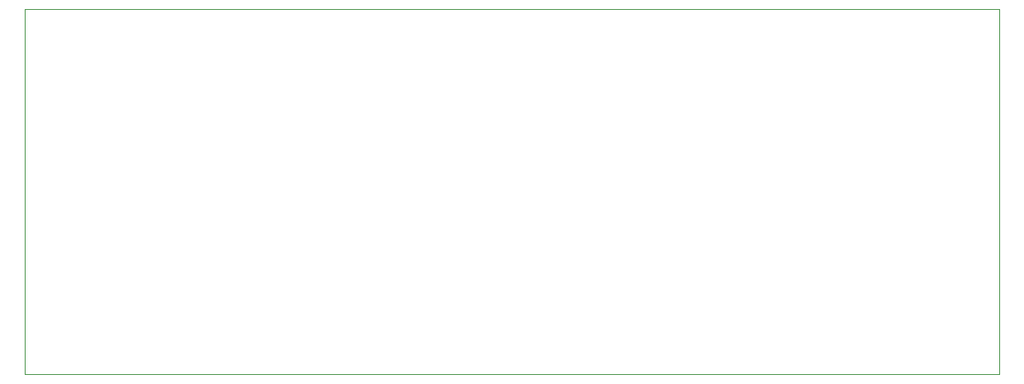
<source format=gbr>
%TF.GenerationSoftware,KiCad,Pcbnew,(6.0.5)*%
%TF.CreationDate,2022-09-02T14:56:30+01:00*%
%TF.ProjectId,PicoDualMIDICarrier,5069636f-4475-4616-9c4d-494449436172,rev?*%
%TF.SameCoordinates,Original*%
%TF.FileFunction,Profile,NP*%
%FSLAX46Y46*%
G04 Gerber Fmt 4.6, Leading zero omitted, Abs format (unit mm)*
G04 Created by KiCad (PCBNEW (6.0.5)) date 2022-09-02 14:56:30*
%MOMM*%
%LPD*%
G01*
G04 APERTURE LIST*
%TA.AperFunction,Profile*%
%ADD10C,0.100000*%
%TD*%
G04 APERTURE END LIST*
D10*
X100000000Y-100000000D02*
X200000000Y-100000000D01*
X200000000Y-100000000D02*
X200000000Y-137500000D01*
X200000000Y-137500000D02*
X100000000Y-137500000D01*
X100000000Y-137500000D02*
X100000000Y-100000000D01*
M02*

</source>
